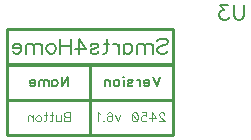
<source format=gbr>
G04 DipTrace 3.3.1.3*
G04 BottomSilk.gbr*
%MOMM*%
G04 #@! TF.FileFunction,Legend,Bot*
G04 #@! TF.Part,Single*
%ADD10C,0.25*%
%ADD33C,0.19608*%
%ADD34C,0.16667*%
%ADD35C,0.11765*%
%FSLAX35Y35*%
G04*
G71*
G90*
G75*
G01*
G04 BotSilk*
%LPD*%
X955260Y2402893D2*
D10*
X1655260D1*
Y2102893D1*
X955260D1*
Y2402893D1*
Y2102893D2*
X1655260D1*
Y1802893D1*
X955260D1*
Y2102893D1*
X255260Y2402893D2*
X955260D1*
Y2102893D1*
X255260D1*
Y2402893D1*
Y2102893D2*
X955260D1*
Y1802893D1*
X255260D1*
Y2102893D1*
X255520Y2699877D2*
X1655520D1*
Y2399877D1*
X255520D1*
Y2699877D1*
X2258154Y2907943D2*
D33*
Y2816834D1*
X2252118Y2798584D1*
X2239904Y2786511D1*
X2221654Y2780334D1*
X2209581D1*
X2191331Y2786511D1*
X2179118Y2798584D1*
X2173081Y2816834D1*
Y2907943D1*
X2121652Y2907803D2*
X2054969D1*
X2091329Y2859230D1*
X2073079D1*
X2061006Y2853193D1*
X2054969Y2847157D1*
X2048792Y2828907D1*
Y2816834D1*
X2054969Y2798584D1*
X2067042Y2786370D1*
X2085292Y2780334D1*
X2103542D1*
X2121652Y2786370D1*
X2127689Y2792547D1*
X2133865Y2804620D1*
X1546927Y2295767D2*
D34*
X1517783Y2219201D1*
X1488639Y2295767D1*
X1455306Y2248345D2*
X1411590D1*
Y2255673D1*
X1415212Y2263001D1*
X1418834Y2266623D1*
X1426162Y2270245D1*
X1437112D1*
X1444356Y2266623D1*
X1451684Y2259295D1*
X1455306Y2248345D1*
Y2241101D1*
X1451684Y2230151D1*
X1444356Y2222907D1*
X1437112Y2219201D1*
X1426162D1*
X1418834Y2222907D1*
X1411590Y2230151D1*
X1378257Y2270245D2*
Y2219201D1*
Y2248345D2*
X1374550Y2259295D1*
X1367307Y2266623D1*
X1359978Y2270245D1*
X1349028D1*
X1275601Y2259295D2*
X1279223Y2266623D1*
X1290173Y2270245D1*
X1301123D1*
X1312073Y2266623D1*
X1315695Y2259295D1*
X1312073Y2252051D1*
X1304745Y2248345D1*
X1286551Y2244723D1*
X1279223Y2241101D1*
X1275601Y2233773D1*
Y2230151D1*
X1279223Y2222907D1*
X1290173Y2219201D1*
X1301123D1*
X1312073Y2222907D1*
X1315695Y2230151D1*
X1242268Y2295767D2*
X1238646Y2292145D1*
X1234940Y2295767D1*
X1238646Y2299473D1*
X1242268Y2295767D1*
X1238646Y2270245D2*
Y2219201D1*
X1183413Y2270245D2*
X1190657Y2266623D1*
X1197985Y2259295D1*
X1201607Y2248345D1*
Y2241101D1*
X1197985Y2230151D1*
X1190657Y2222907D1*
X1183413Y2219201D1*
X1172463D1*
X1165135Y2222907D1*
X1157891Y2230151D1*
X1154185Y2241101D1*
Y2248345D1*
X1157891Y2259295D1*
X1165135Y2266623D1*
X1172463Y2270245D1*
X1183413D1*
X1120851D2*
Y2219201D1*
Y2255673D2*
X1109901Y2266623D1*
X1102573Y2270245D1*
X1091707D1*
X1084379Y2266623D1*
X1080757Y2255673D1*
Y2219201D1*
X1583169Y1977489D2*
D35*
Y1981111D1*
X1579547Y1988439D1*
X1575925Y1992061D1*
X1568597Y1995683D1*
X1554025D1*
X1546781Y1992061D1*
X1543160Y1988439D1*
X1539453Y1981111D1*
Y1973867D1*
X1543160Y1966539D1*
X1550403Y1955673D1*
X1586875Y1919201D1*
X1535831D1*
X1475830D2*
Y1995683D1*
X1512302Y1944723D1*
X1457636D1*
X1390391Y1995683D2*
X1426779D1*
X1430401Y1962917D1*
X1426779Y1966539D1*
X1415829Y1970245D1*
X1404963D1*
X1394013Y1966539D1*
X1386685Y1959295D1*
X1383063Y1948345D1*
Y1941101D1*
X1386685Y1930151D1*
X1394013Y1922823D1*
X1404963Y1919201D1*
X1415829D1*
X1426779Y1922823D1*
X1430401Y1926529D1*
X1434107Y1933773D1*
X1337634Y1995683D2*
X1348584Y1992061D1*
X1355912Y1981111D1*
X1359534Y1962917D1*
Y1951967D1*
X1355912Y1933773D1*
X1348584Y1922823D1*
X1337634Y1919201D1*
X1330390D1*
X1319440Y1922823D1*
X1312196Y1933773D1*
X1308490Y1951967D1*
Y1962917D1*
X1312196Y1981111D1*
X1319440Y1992061D1*
X1330390Y1995683D1*
X1337634D1*
X1312196Y1981111D2*
X1355912Y1933773D1*
X1210893Y1970245D2*
X1188993Y1919201D1*
X1167177Y1970245D1*
X1099932Y1984817D2*
X1103553Y1992061D1*
X1114503Y1995683D1*
X1121747D1*
X1132697Y1992061D1*
X1140025Y1981111D1*
X1143647Y1962917D1*
Y1944723D1*
X1140025Y1930151D1*
X1132697Y1922823D1*
X1121747Y1919201D1*
X1118125D1*
X1107260Y1922823D1*
X1099932Y1930151D1*
X1096310Y1941101D1*
Y1944723D1*
X1099932Y1955673D1*
X1107260Y1962917D1*
X1118125Y1966539D1*
X1121747D1*
X1132697Y1962917D1*
X1140025Y1955673D1*
X1143647Y1944723D1*
X1069158Y1926529D2*
X1072780Y1922823D1*
X1069158Y1919201D1*
X1065452Y1922823D1*
X1069158Y1926529D1*
X1041923Y1981111D2*
X1034595Y1984817D1*
X1023645Y1995683D1*
Y1919201D1*
X713590Y2295767D2*
D34*
Y2219201D1*
X764634Y2295767D1*
Y2219201D1*
X636541Y2270245D2*
Y2219201D1*
Y2259295D2*
X643785Y2266623D1*
X651113Y2270245D1*
X661978D1*
X669306Y2266623D1*
X676550Y2259295D1*
X680256Y2248345D1*
Y2241101D1*
X676550Y2230151D1*
X669306Y2222907D1*
X661978Y2219201D1*
X651113D1*
X643785Y2222907D1*
X636541Y2230151D1*
X603207Y2270245D2*
Y2219201D1*
Y2255673D2*
X592257Y2266623D1*
X584929Y2270245D1*
X574064D1*
X566735Y2266623D1*
X563114Y2255673D1*
Y2219201D1*
Y2255673D2*
X552164Y2266623D1*
X544835Y2270245D1*
X533970D1*
X526642Y2266623D1*
X522935Y2255673D1*
Y2219201D1*
X489602Y2248345D2*
X445886D1*
Y2255673D1*
X449508Y2263001D1*
X453130Y2266623D1*
X460458Y2270245D1*
X471408D1*
X478652Y2266623D1*
X485980Y2259295D1*
X489602Y2248345D1*
Y2241101D1*
X485980Y2230151D1*
X478652Y2222907D1*
X471408Y2219201D1*
X460458D1*
X453130Y2222907D1*
X445886Y2230151D1*
X782554Y1995767D2*
D35*
Y1919201D1*
X749704D1*
X738754Y1922907D1*
X735132Y1926529D1*
X731510Y1933773D1*
Y1944723D1*
X735132Y1952051D1*
X738754Y1955673D1*
X749704Y1959295D1*
X738754Y1963001D1*
X735132Y1966623D1*
X731510Y1973867D1*
Y1981195D1*
X735132Y1988439D1*
X738754Y1992145D1*
X749704Y1995767D1*
X782554D1*
Y1959295D2*
X749704D1*
X707981Y1970245D2*
Y1933773D1*
X704359Y1922907D1*
X697031Y1919201D1*
X686081D1*
X678837Y1922907D1*
X667887Y1933773D1*
Y1970245D2*
Y1919201D1*
X633408Y1995767D2*
Y1933773D1*
X629786Y1922907D1*
X622458Y1919201D1*
X615214D1*
X644358Y1970245D2*
X618836D1*
X580734Y1995767D2*
Y1933773D1*
X577112Y1922907D1*
X569784Y1919201D1*
X562540D1*
X591684Y1970245D2*
X566162D1*
X520817D2*
X528061Y1966623D1*
X535389Y1959295D1*
X539011Y1948345D1*
Y1941101D1*
X535389Y1930151D1*
X528061Y1922907D1*
X520817Y1919201D1*
X509867D1*
X502539Y1922907D1*
X495295Y1930151D1*
X491589Y1941101D1*
Y1948345D1*
X495295Y1959295D1*
X502539Y1966623D1*
X509867Y1970245D1*
X520817D1*
X468060D2*
Y1919201D1*
Y1955673D2*
X457110Y1966623D1*
X449782Y1970245D1*
X438916D1*
X431588Y1966623D1*
X427966Y1955673D1*
Y1919201D1*
X1525372Y2603082D2*
D33*
X1537446Y2615296D1*
X1555696Y2621332D1*
X1579982D1*
X1598232Y2615296D1*
X1610446Y2603082D1*
Y2591009D1*
X1604269Y2578796D1*
X1598232Y2572759D1*
X1586159Y2566723D1*
X1549659Y2554509D1*
X1537446Y2548473D1*
X1531409Y2542296D1*
X1525372Y2530223D1*
Y2511973D1*
X1537446Y2499900D1*
X1555696Y2493723D1*
X1579982D1*
X1598232Y2499900D1*
X1610446Y2511973D1*
X1486157Y2578796D2*
Y2493723D1*
Y2554509D2*
X1467907Y2572759D1*
X1455693Y2578796D1*
X1437584D1*
X1425370Y2572759D1*
X1419334Y2554509D1*
Y2493723D1*
Y2554509D2*
X1401084Y2572759D1*
X1388870Y2578796D1*
X1370761D1*
X1358547Y2572759D1*
X1352370Y2554509D1*
Y2493723D1*
X1240295Y2578796D2*
Y2493723D1*
Y2560546D2*
X1252368Y2572759D1*
X1264581Y2578796D1*
X1282691D1*
X1294905Y2572759D1*
X1306978Y2560546D1*
X1313155Y2542296D1*
Y2530223D1*
X1306978Y2511973D1*
X1294905Y2499900D1*
X1282691Y2493723D1*
X1264581D1*
X1252368Y2499900D1*
X1240295Y2511973D1*
X1201079Y2578796D2*
Y2493723D1*
Y2542296D2*
X1194902Y2560546D1*
X1182829Y2572759D1*
X1170616Y2578796D1*
X1152366D1*
X1094900Y2621332D2*
Y2518009D1*
X1088864Y2499900D1*
X1076650Y2493723D1*
X1064577D1*
X1113150Y2578796D2*
X1070614D1*
X958538Y2560546D2*
X964575Y2572759D1*
X982825Y2578796D1*
X1001075D1*
X1019325Y2572759D1*
X1025361Y2560546D1*
X1019325Y2548473D1*
X1007111Y2542296D1*
X976788Y2536259D1*
X964575Y2530223D1*
X958538Y2518009D1*
Y2511973D1*
X964575Y2499900D1*
X982825Y2493723D1*
X1001075D1*
X1019325Y2499900D1*
X1025361Y2511973D1*
X858536Y2493723D2*
Y2621192D1*
X919323Y2536259D1*
X828213D1*
X788997Y2621332D2*
Y2493723D1*
X703924Y2621332D2*
Y2493723D1*
X788997Y2560546D2*
X703924D1*
X634385Y2578796D2*
X646459Y2572759D1*
X658672Y2560546D1*
X664709Y2542296D1*
Y2530223D1*
X658672Y2511973D1*
X646459Y2499900D1*
X634385Y2493723D1*
X616135D1*
X603922Y2499900D1*
X591849Y2511973D1*
X585672Y2530223D1*
Y2542296D1*
X591849Y2560546D1*
X603922Y2572759D1*
X616135Y2578796D1*
X634385D1*
X546456D2*
Y2493723D1*
Y2554509D2*
X528206Y2572759D1*
X515993Y2578796D1*
X497883D1*
X485670Y2572759D1*
X479633Y2554509D1*
Y2493723D1*
Y2554509D2*
X461383Y2572759D1*
X449170Y2578796D1*
X431060D1*
X418847Y2572759D1*
X412670Y2554509D1*
Y2493723D1*
X373454Y2542296D2*
X300594D1*
Y2554509D1*
X306631Y2566723D1*
X312668Y2572759D1*
X324881Y2578796D1*
X343131D1*
X355204Y2572759D1*
X367418Y2560546D1*
X373454Y2542296D1*
Y2530223D1*
X367418Y2511973D1*
X355204Y2499900D1*
X343131Y2493723D1*
X324881D1*
X312668Y2499900D1*
X300594Y2511973D1*
M02*

</source>
